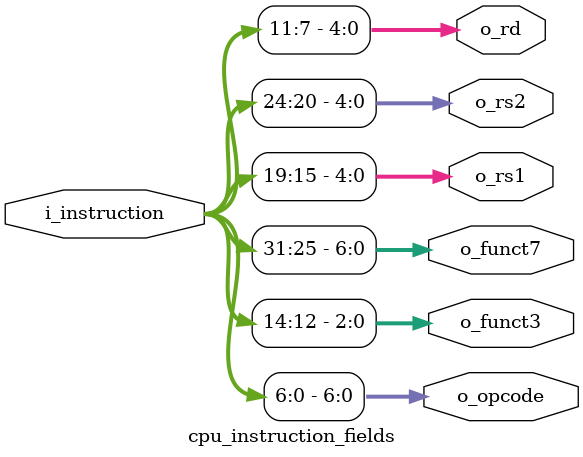
<source format=sv>
module cpu_instruction_fields (
    input logic[31:0] i_instruction,
    output logic[6:0] o_opcode,
    output logic[2:0] o_funct3,
    output logic[6:0] o_funct7,

    output logic[4:0] o_rs1,
    output logic[4:0] o_rs2,
    output logic[4:0] o_rd
);

assign o_opcode = i_instruction[6:0];
assign o_funct3 = i_instruction[14:12];
assign o_funct7 = i_instruction[31:25];

assign o_rs1 = i_instruction[19:15];
assign o_rs2 = i_instruction[24:20];
assign o_rd = i_instruction[11:7];



endmodule
</source>
